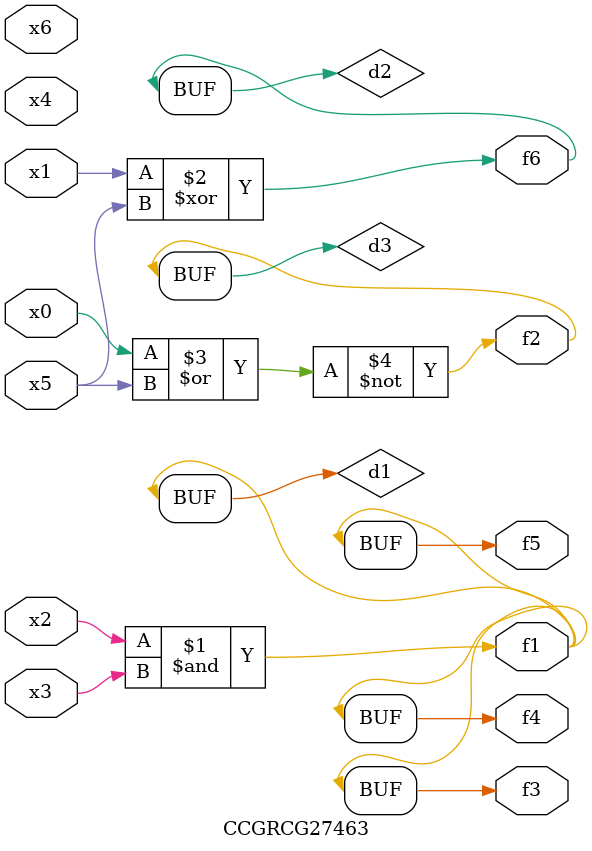
<source format=v>
module CCGRCG27463(
	input x0, x1, x2, x3, x4, x5, x6,
	output f1, f2, f3, f4, f5, f6
);

	wire d1, d2, d3;

	and (d1, x2, x3);
	xor (d2, x1, x5);
	nor (d3, x0, x5);
	assign f1 = d1;
	assign f2 = d3;
	assign f3 = d1;
	assign f4 = d1;
	assign f5 = d1;
	assign f6 = d2;
endmodule

</source>
